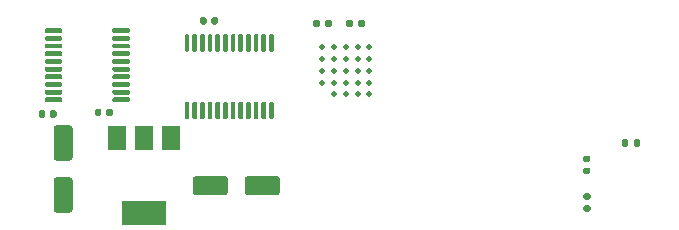
<source format=gbr>
G04 #@! TF.GenerationSoftware,KiCad,Pcbnew,(5.1.10)-1*
G04 #@! TF.CreationDate,2021-08-03T19:53:46-05:00*
G04 #@! TF.ProjectId,spimux,7370696d-7578-42e6-9b69-6361645f7063,rev?*
G04 #@! TF.SameCoordinates,Original*
G04 #@! TF.FileFunction,Paste,Top*
G04 #@! TF.FilePolarity,Positive*
%FSLAX46Y46*%
G04 Gerber Fmt 4.6, Leading zero omitted, Abs format (unit mm)*
G04 Created by KiCad (PCBNEW (5.1.10)-1) date 2021-08-03 19:53:46*
%MOMM*%
%LPD*%
G01*
G04 APERTURE LIST*
%ADD10C,0.500000*%
%ADD11R,1.500000X2.000000*%
%ADD12R,3.800000X2.000000*%
G04 APERTURE END LIST*
D10*
X140610000Y-93580000D03*
X139610000Y-93580000D03*
X138610000Y-93580000D03*
X137610000Y-93580000D03*
X136610000Y-93580000D03*
X140610000Y-94580000D03*
X139610000Y-94580000D03*
X138610000Y-94580000D03*
X137610000Y-94580000D03*
X136610000Y-94580000D03*
X140610000Y-95580000D03*
X139610000Y-95580000D03*
X138610000Y-95580000D03*
X137610000Y-95580000D03*
X136610000Y-95580000D03*
X140610000Y-96580000D03*
X139610000Y-96580000D03*
X138610000Y-96580000D03*
X137610000Y-96580000D03*
X136610000Y-96580000D03*
X140610000Y-97580000D03*
X139610000Y-97580000D03*
X138610000Y-97580000D03*
X137610000Y-97580000D03*
G36*
G01*
X114605000Y-97935000D02*
X114605000Y-98135000D01*
G75*
G02*
X114505000Y-98235000I-100000J0D01*
G01*
X113230000Y-98235000D01*
G75*
G02*
X113130000Y-98135000I0J100000D01*
G01*
X113130000Y-97935000D01*
G75*
G02*
X113230000Y-97835000I100000J0D01*
G01*
X114505000Y-97835000D01*
G75*
G02*
X114605000Y-97935000I0J-100000D01*
G01*
G37*
G36*
G01*
X114605000Y-97285000D02*
X114605000Y-97485000D01*
G75*
G02*
X114505000Y-97585000I-100000J0D01*
G01*
X113230000Y-97585000D01*
G75*
G02*
X113130000Y-97485000I0J100000D01*
G01*
X113130000Y-97285000D01*
G75*
G02*
X113230000Y-97185000I100000J0D01*
G01*
X114505000Y-97185000D01*
G75*
G02*
X114605000Y-97285000I0J-100000D01*
G01*
G37*
G36*
G01*
X114605000Y-96635000D02*
X114605000Y-96835000D01*
G75*
G02*
X114505000Y-96935000I-100000J0D01*
G01*
X113230000Y-96935000D01*
G75*
G02*
X113130000Y-96835000I0J100000D01*
G01*
X113130000Y-96635000D01*
G75*
G02*
X113230000Y-96535000I100000J0D01*
G01*
X114505000Y-96535000D01*
G75*
G02*
X114605000Y-96635000I0J-100000D01*
G01*
G37*
G36*
G01*
X114605000Y-95985000D02*
X114605000Y-96185000D01*
G75*
G02*
X114505000Y-96285000I-100000J0D01*
G01*
X113230000Y-96285000D01*
G75*
G02*
X113130000Y-96185000I0J100000D01*
G01*
X113130000Y-95985000D01*
G75*
G02*
X113230000Y-95885000I100000J0D01*
G01*
X114505000Y-95885000D01*
G75*
G02*
X114605000Y-95985000I0J-100000D01*
G01*
G37*
G36*
G01*
X114605000Y-95335000D02*
X114605000Y-95535000D01*
G75*
G02*
X114505000Y-95635000I-100000J0D01*
G01*
X113230000Y-95635000D01*
G75*
G02*
X113130000Y-95535000I0J100000D01*
G01*
X113130000Y-95335000D01*
G75*
G02*
X113230000Y-95235000I100000J0D01*
G01*
X114505000Y-95235000D01*
G75*
G02*
X114605000Y-95335000I0J-100000D01*
G01*
G37*
G36*
G01*
X114605000Y-94685000D02*
X114605000Y-94885000D01*
G75*
G02*
X114505000Y-94985000I-100000J0D01*
G01*
X113230000Y-94985000D01*
G75*
G02*
X113130000Y-94885000I0J100000D01*
G01*
X113130000Y-94685000D01*
G75*
G02*
X113230000Y-94585000I100000J0D01*
G01*
X114505000Y-94585000D01*
G75*
G02*
X114605000Y-94685000I0J-100000D01*
G01*
G37*
G36*
G01*
X114605000Y-94035000D02*
X114605000Y-94235000D01*
G75*
G02*
X114505000Y-94335000I-100000J0D01*
G01*
X113230000Y-94335000D01*
G75*
G02*
X113130000Y-94235000I0J100000D01*
G01*
X113130000Y-94035000D01*
G75*
G02*
X113230000Y-93935000I100000J0D01*
G01*
X114505000Y-93935000D01*
G75*
G02*
X114605000Y-94035000I0J-100000D01*
G01*
G37*
G36*
G01*
X114605000Y-93385000D02*
X114605000Y-93585000D01*
G75*
G02*
X114505000Y-93685000I-100000J0D01*
G01*
X113230000Y-93685000D01*
G75*
G02*
X113130000Y-93585000I0J100000D01*
G01*
X113130000Y-93385000D01*
G75*
G02*
X113230000Y-93285000I100000J0D01*
G01*
X114505000Y-93285000D01*
G75*
G02*
X114605000Y-93385000I0J-100000D01*
G01*
G37*
G36*
G01*
X114605000Y-92735000D02*
X114605000Y-92935000D01*
G75*
G02*
X114505000Y-93035000I-100000J0D01*
G01*
X113230000Y-93035000D01*
G75*
G02*
X113130000Y-92935000I0J100000D01*
G01*
X113130000Y-92735000D01*
G75*
G02*
X113230000Y-92635000I100000J0D01*
G01*
X114505000Y-92635000D01*
G75*
G02*
X114605000Y-92735000I0J-100000D01*
G01*
G37*
G36*
G01*
X114605000Y-92085000D02*
X114605000Y-92285000D01*
G75*
G02*
X114505000Y-92385000I-100000J0D01*
G01*
X113230000Y-92385000D01*
G75*
G02*
X113130000Y-92285000I0J100000D01*
G01*
X113130000Y-92085000D01*
G75*
G02*
X113230000Y-91985000I100000J0D01*
G01*
X114505000Y-91985000D01*
G75*
G02*
X114605000Y-92085000I0J-100000D01*
G01*
G37*
G36*
G01*
X120330000Y-92085000D02*
X120330000Y-92285000D01*
G75*
G02*
X120230000Y-92385000I-100000J0D01*
G01*
X118955000Y-92385000D01*
G75*
G02*
X118855000Y-92285000I0J100000D01*
G01*
X118855000Y-92085000D01*
G75*
G02*
X118955000Y-91985000I100000J0D01*
G01*
X120230000Y-91985000D01*
G75*
G02*
X120330000Y-92085000I0J-100000D01*
G01*
G37*
G36*
G01*
X120330000Y-92735000D02*
X120330000Y-92935000D01*
G75*
G02*
X120230000Y-93035000I-100000J0D01*
G01*
X118955000Y-93035000D01*
G75*
G02*
X118855000Y-92935000I0J100000D01*
G01*
X118855000Y-92735000D01*
G75*
G02*
X118955000Y-92635000I100000J0D01*
G01*
X120230000Y-92635000D01*
G75*
G02*
X120330000Y-92735000I0J-100000D01*
G01*
G37*
G36*
G01*
X120330000Y-93385000D02*
X120330000Y-93585000D01*
G75*
G02*
X120230000Y-93685000I-100000J0D01*
G01*
X118955000Y-93685000D01*
G75*
G02*
X118855000Y-93585000I0J100000D01*
G01*
X118855000Y-93385000D01*
G75*
G02*
X118955000Y-93285000I100000J0D01*
G01*
X120230000Y-93285000D01*
G75*
G02*
X120330000Y-93385000I0J-100000D01*
G01*
G37*
G36*
G01*
X120330000Y-94035000D02*
X120330000Y-94235000D01*
G75*
G02*
X120230000Y-94335000I-100000J0D01*
G01*
X118955000Y-94335000D01*
G75*
G02*
X118855000Y-94235000I0J100000D01*
G01*
X118855000Y-94035000D01*
G75*
G02*
X118955000Y-93935000I100000J0D01*
G01*
X120230000Y-93935000D01*
G75*
G02*
X120330000Y-94035000I0J-100000D01*
G01*
G37*
G36*
G01*
X120330000Y-94685000D02*
X120330000Y-94885000D01*
G75*
G02*
X120230000Y-94985000I-100000J0D01*
G01*
X118955000Y-94985000D01*
G75*
G02*
X118855000Y-94885000I0J100000D01*
G01*
X118855000Y-94685000D01*
G75*
G02*
X118955000Y-94585000I100000J0D01*
G01*
X120230000Y-94585000D01*
G75*
G02*
X120330000Y-94685000I0J-100000D01*
G01*
G37*
G36*
G01*
X120330000Y-95335000D02*
X120330000Y-95535000D01*
G75*
G02*
X120230000Y-95635000I-100000J0D01*
G01*
X118955000Y-95635000D01*
G75*
G02*
X118855000Y-95535000I0J100000D01*
G01*
X118855000Y-95335000D01*
G75*
G02*
X118955000Y-95235000I100000J0D01*
G01*
X120230000Y-95235000D01*
G75*
G02*
X120330000Y-95335000I0J-100000D01*
G01*
G37*
G36*
G01*
X120330000Y-95985000D02*
X120330000Y-96185000D01*
G75*
G02*
X120230000Y-96285000I-100000J0D01*
G01*
X118955000Y-96285000D01*
G75*
G02*
X118855000Y-96185000I0J100000D01*
G01*
X118855000Y-95985000D01*
G75*
G02*
X118955000Y-95885000I100000J0D01*
G01*
X120230000Y-95885000D01*
G75*
G02*
X120330000Y-95985000I0J-100000D01*
G01*
G37*
G36*
G01*
X120330000Y-96635000D02*
X120330000Y-96835000D01*
G75*
G02*
X120230000Y-96935000I-100000J0D01*
G01*
X118955000Y-96935000D01*
G75*
G02*
X118855000Y-96835000I0J100000D01*
G01*
X118855000Y-96635000D01*
G75*
G02*
X118955000Y-96535000I100000J0D01*
G01*
X120230000Y-96535000D01*
G75*
G02*
X120330000Y-96635000I0J-100000D01*
G01*
G37*
G36*
G01*
X120330000Y-97285000D02*
X120330000Y-97485000D01*
G75*
G02*
X120230000Y-97585000I-100000J0D01*
G01*
X118955000Y-97585000D01*
G75*
G02*
X118855000Y-97485000I0J100000D01*
G01*
X118855000Y-97285000D01*
G75*
G02*
X118955000Y-97185000I100000J0D01*
G01*
X120230000Y-97185000D01*
G75*
G02*
X120330000Y-97285000I0J-100000D01*
G01*
G37*
G36*
G01*
X120330000Y-97935000D02*
X120330000Y-98135000D01*
G75*
G02*
X120230000Y-98235000I-100000J0D01*
G01*
X118955000Y-98235000D01*
G75*
G02*
X118855000Y-98135000I0J100000D01*
G01*
X118855000Y-97935000D01*
G75*
G02*
X118955000Y-97835000I100000J0D01*
G01*
X120230000Y-97835000D01*
G75*
G02*
X120330000Y-97935000I0J-100000D01*
G01*
G37*
G36*
G01*
X117930000Y-98920000D02*
X117930000Y-99260000D01*
G75*
G02*
X117790000Y-99400000I-140000J0D01*
G01*
X117510000Y-99400000D01*
G75*
G02*
X117370000Y-99260000I0J140000D01*
G01*
X117370000Y-98920000D01*
G75*
G02*
X117510000Y-98780000I140000J0D01*
G01*
X117790000Y-98780000D01*
G75*
G02*
X117930000Y-98920000I0J-140000D01*
G01*
G37*
G36*
G01*
X118890000Y-98920000D02*
X118890000Y-99260000D01*
G75*
G02*
X118750000Y-99400000I-140000J0D01*
G01*
X118470000Y-99400000D01*
G75*
G02*
X118330000Y-99260000I0J140000D01*
G01*
X118330000Y-98920000D01*
G75*
G02*
X118470000Y-98780000I140000J0D01*
G01*
X118750000Y-98780000D01*
G75*
G02*
X118890000Y-98920000I0J-140000D01*
G01*
G37*
G36*
G01*
X132225000Y-98205000D02*
X132425000Y-98205000D01*
G75*
G02*
X132525000Y-98305000I0J-100000D01*
G01*
X132525000Y-99580000D01*
G75*
G02*
X132425000Y-99680000I-100000J0D01*
G01*
X132225000Y-99680000D01*
G75*
G02*
X132125000Y-99580000I0J100000D01*
G01*
X132125000Y-98305000D01*
G75*
G02*
X132225000Y-98205000I100000J0D01*
G01*
G37*
G36*
G01*
X131575000Y-98205000D02*
X131775000Y-98205000D01*
G75*
G02*
X131875000Y-98305000I0J-100000D01*
G01*
X131875000Y-99580000D01*
G75*
G02*
X131775000Y-99680000I-100000J0D01*
G01*
X131575000Y-99680000D01*
G75*
G02*
X131475000Y-99580000I0J100000D01*
G01*
X131475000Y-98305000D01*
G75*
G02*
X131575000Y-98205000I100000J0D01*
G01*
G37*
G36*
G01*
X130925000Y-98205000D02*
X131125000Y-98205000D01*
G75*
G02*
X131225000Y-98305000I0J-100000D01*
G01*
X131225000Y-99580000D01*
G75*
G02*
X131125000Y-99680000I-100000J0D01*
G01*
X130925000Y-99680000D01*
G75*
G02*
X130825000Y-99580000I0J100000D01*
G01*
X130825000Y-98305000D01*
G75*
G02*
X130925000Y-98205000I100000J0D01*
G01*
G37*
G36*
G01*
X130275000Y-98205000D02*
X130475000Y-98205000D01*
G75*
G02*
X130575000Y-98305000I0J-100000D01*
G01*
X130575000Y-99580000D01*
G75*
G02*
X130475000Y-99680000I-100000J0D01*
G01*
X130275000Y-99680000D01*
G75*
G02*
X130175000Y-99580000I0J100000D01*
G01*
X130175000Y-98305000D01*
G75*
G02*
X130275000Y-98205000I100000J0D01*
G01*
G37*
G36*
G01*
X129625000Y-98205000D02*
X129825000Y-98205000D01*
G75*
G02*
X129925000Y-98305000I0J-100000D01*
G01*
X129925000Y-99580000D01*
G75*
G02*
X129825000Y-99680000I-100000J0D01*
G01*
X129625000Y-99680000D01*
G75*
G02*
X129525000Y-99580000I0J100000D01*
G01*
X129525000Y-98305000D01*
G75*
G02*
X129625000Y-98205000I100000J0D01*
G01*
G37*
G36*
G01*
X128975000Y-98205000D02*
X129175000Y-98205000D01*
G75*
G02*
X129275000Y-98305000I0J-100000D01*
G01*
X129275000Y-99580000D01*
G75*
G02*
X129175000Y-99680000I-100000J0D01*
G01*
X128975000Y-99680000D01*
G75*
G02*
X128875000Y-99580000I0J100000D01*
G01*
X128875000Y-98305000D01*
G75*
G02*
X128975000Y-98205000I100000J0D01*
G01*
G37*
G36*
G01*
X128325000Y-98205000D02*
X128525000Y-98205000D01*
G75*
G02*
X128625000Y-98305000I0J-100000D01*
G01*
X128625000Y-99580000D01*
G75*
G02*
X128525000Y-99680000I-100000J0D01*
G01*
X128325000Y-99680000D01*
G75*
G02*
X128225000Y-99580000I0J100000D01*
G01*
X128225000Y-98305000D01*
G75*
G02*
X128325000Y-98205000I100000J0D01*
G01*
G37*
G36*
G01*
X127675000Y-98205000D02*
X127875000Y-98205000D01*
G75*
G02*
X127975000Y-98305000I0J-100000D01*
G01*
X127975000Y-99580000D01*
G75*
G02*
X127875000Y-99680000I-100000J0D01*
G01*
X127675000Y-99680000D01*
G75*
G02*
X127575000Y-99580000I0J100000D01*
G01*
X127575000Y-98305000D01*
G75*
G02*
X127675000Y-98205000I100000J0D01*
G01*
G37*
G36*
G01*
X127025000Y-98205000D02*
X127225000Y-98205000D01*
G75*
G02*
X127325000Y-98305000I0J-100000D01*
G01*
X127325000Y-99580000D01*
G75*
G02*
X127225000Y-99680000I-100000J0D01*
G01*
X127025000Y-99680000D01*
G75*
G02*
X126925000Y-99580000I0J100000D01*
G01*
X126925000Y-98305000D01*
G75*
G02*
X127025000Y-98205000I100000J0D01*
G01*
G37*
G36*
G01*
X126375000Y-98205000D02*
X126575000Y-98205000D01*
G75*
G02*
X126675000Y-98305000I0J-100000D01*
G01*
X126675000Y-99580000D01*
G75*
G02*
X126575000Y-99680000I-100000J0D01*
G01*
X126375000Y-99680000D01*
G75*
G02*
X126275000Y-99580000I0J100000D01*
G01*
X126275000Y-98305000D01*
G75*
G02*
X126375000Y-98205000I100000J0D01*
G01*
G37*
G36*
G01*
X125725000Y-98205000D02*
X125925000Y-98205000D01*
G75*
G02*
X126025000Y-98305000I0J-100000D01*
G01*
X126025000Y-99580000D01*
G75*
G02*
X125925000Y-99680000I-100000J0D01*
G01*
X125725000Y-99680000D01*
G75*
G02*
X125625000Y-99580000I0J100000D01*
G01*
X125625000Y-98305000D01*
G75*
G02*
X125725000Y-98205000I100000J0D01*
G01*
G37*
G36*
G01*
X125075000Y-98205000D02*
X125275000Y-98205000D01*
G75*
G02*
X125375000Y-98305000I0J-100000D01*
G01*
X125375000Y-99580000D01*
G75*
G02*
X125275000Y-99680000I-100000J0D01*
G01*
X125075000Y-99680000D01*
G75*
G02*
X124975000Y-99580000I0J100000D01*
G01*
X124975000Y-98305000D01*
G75*
G02*
X125075000Y-98205000I100000J0D01*
G01*
G37*
G36*
G01*
X125075000Y-92480000D02*
X125275000Y-92480000D01*
G75*
G02*
X125375000Y-92580000I0J-100000D01*
G01*
X125375000Y-93855000D01*
G75*
G02*
X125275000Y-93955000I-100000J0D01*
G01*
X125075000Y-93955000D01*
G75*
G02*
X124975000Y-93855000I0J100000D01*
G01*
X124975000Y-92580000D01*
G75*
G02*
X125075000Y-92480000I100000J0D01*
G01*
G37*
G36*
G01*
X125725000Y-92480000D02*
X125925000Y-92480000D01*
G75*
G02*
X126025000Y-92580000I0J-100000D01*
G01*
X126025000Y-93855000D01*
G75*
G02*
X125925000Y-93955000I-100000J0D01*
G01*
X125725000Y-93955000D01*
G75*
G02*
X125625000Y-93855000I0J100000D01*
G01*
X125625000Y-92580000D01*
G75*
G02*
X125725000Y-92480000I100000J0D01*
G01*
G37*
G36*
G01*
X126375000Y-92480000D02*
X126575000Y-92480000D01*
G75*
G02*
X126675000Y-92580000I0J-100000D01*
G01*
X126675000Y-93855000D01*
G75*
G02*
X126575000Y-93955000I-100000J0D01*
G01*
X126375000Y-93955000D01*
G75*
G02*
X126275000Y-93855000I0J100000D01*
G01*
X126275000Y-92580000D01*
G75*
G02*
X126375000Y-92480000I100000J0D01*
G01*
G37*
G36*
G01*
X127025000Y-92480000D02*
X127225000Y-92480000D01*
G75*
G02*
X127325000Y-92580000I0J-100000D01*
G01*
X127325000Y-93855000D01*
G75*
G02*
X127225000Y-93955000I-100000J0D01*
G01*
X127025000Y-93955000D01*
G75*
G02*
X126925000Y-93855000I0J100000D01*
G01*
X126925000Y-92580000D01*
G75*
G02*
X127025000Y-92480000I100000J0D01*
G01*
G37*
G36*
G01*
X127675000Y-92480000D02*
X127875000Y-92480000D01*
G75*
G02*
X127975000Y-92580000I0J-100000D01*
G01*
X127975000Y-93855000D01*
G75*
G02*
X127875000Y-93955000I-100000J0D01*
G01*
X127675000Y-93955000D01*
G75*
G02*
X127575000Y-93855000I0J100000D01*
G01*
X127575000Y-92580000D01*
G75*
G02*
X127675000Y-92480000I100000J0D01*
G01*
G37*
G36*
G01*
X128325000Y-92480000D02*
X128525000Y-92480000D01*
G75*
G02*
X128625000Y-92580000I0J-100000D01*
G01*
X128625000Y-93855000D01*
G75*
G02*
X128525000Y-93955000I-100000J0D01*
G01*
X128325000Y-93955000D01*
G75*
G02*
X128225000Y-93855000I0J100000D01*
G01*
X128225000Y-92580000D01*
G75*
G02*
X128325000Y-92480000I100000J0D01*
G01*
G37*
G36*
G01*
X128975000Y-92480000D02*
X129175000Y-92480000D01*
G75*
G02*
X129275000Y-92580000I0J-100000D01*
G01*
X129275000Y-93855000D01*
G75*
G02*
X129175000Y-93955000I-100000J0D01*
G01*
X128975000Y-93955000D01*
G75*
G02*
X128875000Y-93855000I0J100000D01*
G01*
X128875000Y-92580000D01*
G75*
G02*
X128975000Y-92480000I100000J0D01*
G01*
G37*
G36*
G01*
X129625000Y-92480000D02*
X129825000Y-92480000D01*
G75*
G02*
X129925000Y-92580000I0J-100000D01*
G01*
X129925000Y-93855000D01*
G75*
G02*
X129825000Y-93955000I-100000J0D01*
G01*
X129625000Y-93955000D01*
G75*
G02*
X129525000Y-93855000I0J100000D01*
G01*
X129525000Y-92580000D01*
G75*
G02*
X129625000Y-92480000I100000J0D01*
G01*
G37*
G36*
G01*
X130275000Y-92480000D02*
X130475000Y-92480000D01*
G75*
G02*
X130575000Y-92580000I0J-100000D01*
G01*
X130575000Y-93855000D01*
G75*
G02*
X130475000Y-93955000I-100000J0D01*
G01*
X130275000Y-93955000D01*
G75*
G02*
X130175000Y-93855000I0J100000D01*
G01*
X130175000Y-92580000D01*
G75*
G02*
X130275000Y-92480000I100000J0D01*
G01*
G37*
G36*
G01*
X130925000Y-92480000D02*
X131125000Y-92480000D01*
G75*
G02*
X131225000Y-92580000I0J-100000D01*
G01*
X131225000Y-93855000D01*
G75*
G02*
X131125000Y-93955000I-100000J0D01*
G01*
X130925000Y-93955000D01*
G75*
G02*
X130825000Y-93855000I0J100000D01*
G01*
X130825000Y-92580000D01*
G75*
G02*
X130925000Y-92480000I100000J0D01*
G01*
G37*
G36*
G01*
X131575000Y-92480000D02*
X131775000Y-92480000D01*
G75*
G02*
X131875000Y-92580000I0J-100000D01*
G01*
X131875000Y-93855000D01*
G75*
G02*
X131775000Y-93955000I-100000J0D01*
G01*
X131575000Y-93955000D01*
G75*
G02*
X131475000Y-93855000I0J100000D01*
G01*
X131475000Y-92580000D01*
G75*
G02*
X131575000Y-92480000I100000J0D01*
G01*
G37*
G36*
G01*
X132225000Y-92480000D02*
X132425000Y-92480000D01*
G75*
G02*
X132525000Y-92580000I0J-100000D01*
G01*
X132525000Y-93855000D01*
G75*
G02*
X132425000Y-93955000I-100000J0D01*
G01*
X132225000Y-93955000D01*
G75*
G02*
X132125000Y-93855000I0J100000D01*
G01*
X132125000Y-92580000D01*
G75*
G02*
X132225000Y-92480000I100000J0D01*
G01*
G37*
D11*
X123820000Y-101280000D03*
X119220000Y-101280000D03*
X121520000Y-101280000D03*
D12*
X121520000Y-107580000D03*
G36*
G01*
X136410000Y-91375000D02*
X136410000Y-91745000D01*
G75*
G02*
X136275000Y-91880000I-135000J0D01*
G01*
X136005000Y-91880000D01*
G75*
G02*
X135870000Y-91745000I0J135000D01*
G01*
X135870000Y-91375000D01*
G75*
G02*
X136005000Y-91240000I135000J0D01*
G01*
X136275000Y-91240000D01*
G75*
G02*
X136410000Y-91375000I0J-135000D01*
G01*
G37*
G36*
G01*
X137430000Y-91375000D02*
X137430000Y-91745000D01*
G75*
G02*
X137295000Y-91880000I-135000J0D01*
G01*
X137025000Y-91880000D01*
G75*
G02*
X136890000Y-91745000I0J135000D01*
G01*
X136890000Y-91375000D01*
G75*
G02*
X137025000Y-91240000I135000J0D01*
G01*
X137295000Y-91240000D01*
G75*
G02*
X137430000Y-91375000I0J-135000D01*
G01*
G37*
G36*
G01*
X139670000Y-91755000D02*
X139670000Y-91385000D01*
G75*
G02*
X139805000Y-91250000I135000J0D01*
G01*
X140075000Y-91250000D01*
G75*
G02*
X140210000Y-91385000I0J-135000D01*
G01*
X140210000Y-91755000D01*
G75*
G02*
X140075000Y-91890000I-135000J0D01*
G01*
X139805000Y-91890000D01*
G75*
G02*
X139670000Y-91755000I0J135000D01*
G01*
G37*
G36*
G01*
X138650000Y-91755000D02*
X138650000Y-91385000D01*
G75*
G02*
X138785000Y-91250000I135000J0D01*
G01*
X139055000Y-91250000D01*
G75*
G02*
X139190000Y-91385000I0J-135000D01*
G01*
X139190000Y-91755000D01*
G75*
G02*
X139055000Y-91890000I-135000J0D01*
G01*
X138785000Y-91890000D01*
G75*
G02*
X138650000Y-91755000I0J135000D01*
G01*
G37*
G36*
G01*
X163020000Y-101865000D02*
X163020000Y-101495000D01*
G75*
G02*
X163155000Y-101360000I135000J0D01*
G01*
X163425000Y-101360000D01*
G75*
G02*
X163560000Y-101495000I0J-135000D01*
G01*
X163560000Y-101865000D01*
G75*
G02*
X163425000Y-102000000I-135000J0D01*
G01*
X163155000Y-102000000D01*
G75*
G02*
X163020000Y-101865000I0J135000D01*
G01*
G37*
G36*
G01*
X162000000Y-101865000D02*
X162000000Y-101495000D01*
G75*
G02*
X162135000Y-101360000I135000J0D01*
G01*
X162405000Y-101360000D01*
G75*
G02*
X162540000Y-101495000I0J-135000D01*
G01*
X162540000Y-101865000D01*
G75*
G02*
X162405000Y-102000000I-135000J0D01*
G01*
X162135000Y-102000000D01*
G75*
G02*
X162000000Y-101865000I0J135000D01*
G01*
G37*
G36*
G01*
X159195000Y-103290000D02*
X158825000Y-103290000D01*
G75*
G02*
X158690000Y-103155000I0J135000D01*
G01*
X158690000Y-102885000D01*
G75*
G02*
X158825000Y-102750000I135000J0D01*
G01*
X159195000Y-102750000D01*
G75*
G02*
X159330000Y-102885000I0J-135000D01*
G01*
X159330000Y-103155000D01*
G75*
G02*
X159195000Y-103290000I-135000J0D01*
G01*
G37*
G36*
G01*
X159195000Y-104310000D02*
X158825000Y-104310000D01*
G75*
G02*
X158690000Y-104175000I0J135000D01*
G01*
X158690000Y-103905000D01*
G75*
G02*
X158825000Y-103770000I135000J0D01*
G01*
X159195000Y-103770000D01*
G75*
G02*
X159330000Y-103905000I0J-135000D01*
G01*
X159330000Y-104175000D01*
G75*
G02*
X159195000Y-104310000I-135000J0D01*
G01*
G37*
G36*
G01*
X158855000Y-106970000D02*
X159225000Y-106970000D01*
G75*
G02*
X159360000Y-107105000I0J-135000D01*
G01*
X159360000Y-107375000D01*
G75*
G02*
X159225000Y-107510000I-135000J0D01*
G01*
X158855000Y-107510000D01*
G75*
G02*
X158720000Y-107375000I0J135000D01*
G01*
X158720000Y-107105000D01*
G75*
G02*
X158855000Y-106970000I135000J0D01*
G01*
G37*
G36*
G01*
X158855000Y-105950000D02*
X159225000Y-105950000D01*
G75*
G02*
X159360000Y-106085000I0J-135000D01*
G01*
X159360000Y-106355000D01*
G75*
G02*
X159225000Y-106490000I-135000J0D01*
G01*
X158855000Y-106490000D01*
G75*
G02*
X158720000Y-106355000I0J135000D01*
G01*
X158720000Y-106085000D01*
G75*
G02*
X158855000Y-105950000I135000J0D01*
G01*
G37*
G36*
G01*
X126840000Y-91180000D02*
X126840000Y-91520000D01*
G75*
G02*
X126700000Y-91660000I-140000J0D01*
G01*
X126420000Y-91660000D01*
G75*
G02*
X126280000Y-91520000I0J140000D01*
G01*
X126280000Y-91180000D01*
G75*
G02*
X126420000Y-91040000I140000J0D01*
G01*
X126700000Y-91040000D01*
G75*
G02*
X126840000Y-91180000I0J-140000D01*
G01*
G37*
G36*
G01*
X127800000Y-91180000D02*
X127800000Y-91520000D01*
G75*
G02*
X127660000Y-91660000I-140000J0D01*
G01*
X127380000Y-91660000D01*
G75*
G02*
X127240000Y-91520000I0J140000D01*
G01*
X127240000Y-91180000D01*
G75*
G02*
X127380000Y-91040000I140000J0D01*
G01*
X127660000Y-91040000D01*
G75*
G02*
X127800000Y-91180000I0J-140000D01*
G01*
G37*
G36*
G01*
X113570000Y-99400000D02*
X113570000Y-99060000D01*
G75*
G02*
X113710000Y-98920000I140000J0D01*
G01*
X113990000Y-98920000D01*
G75*
G02*
X114130000Y-99060000I0J-140000D01*
G01*
X114130000Y-99400000D01*
G75*
G02*
X113990000Y-99540000I-140000J0D01*
G01*
X113710000Y-99540000D01*
G75*
G02*
X113570000Y-99400000I0J140000D01*
G01*
G37*
G36*
G01*
X112610000Y-99400000D02*
X112610000Y-99060000D01*
G75*
G02*
X112750000Y-98920000I140000J0D01*
G01*
X113030000Y-98920000D01*
G75*
G02*
X113170000Y-99060000I0J-140000D01*
G01*
X113170000Y-99400000D01*
G75*
G02*
X113030000Y-99540000I-140000J0D01*
G01*
X112750000Y-99540000D01*
G75*
G02*
X112610000Y-99400000I0J140000D01*
G01*
G37*
G36*
G01*
X130050000Y-105850000D02*
X130050000Y-104750000D01*
G75*
G02*
X130300000Y-104500000I250000J0D01*
G01*
X132800000Y-104500000D01*
G75*
G02*
X133050000Y-104750000I0J-250000D01*
G01*
X133050000Y-105850000D01*
G75*
G02*
X132800000Y-106100000I-250000J0D01*
G01*
X130300000Y-106100000D01*
G75*
G02*
X130050000Y-105850000I0J250000D01*
G01*
G37*
G36*
G01*
X125650000Y-105850000D02*
X125650000Y-104750000D01*
G75*
G02*
X125900000Y-104500000I250000J0D01*
G01*
X128400000Y-104500000D01*
G75*
G02*
X128650000Y-104750000I0J-250000D01*
G01*
X128650000Y-105850000D01*
G75*
G02*
X128400000Y-106100000I-250000J0D01*
G01*
X125900000Y-106100000D01*
G75*
G02*
X125650000Y-105850000I0J250000D01*
G01*
G37*
G36*
G01*
X115240000Y-103190000D02*
X114140000Y-103190000D01*
G75*
G02*
X113890000Y-102940000I0J250000D01*
G01*
X113890000Y-100440000D01*
G75*
G02*
X114140000Y-100190000I250000J0D01*
G01*
X115240000Y-100190000D01*
G75*
G02*
X115490000Y-100440000I0J-250000D01*
G01*
X115490000Y-102940000D01*
G75*
G02*
X115240000Y-103190000I-250000J0D01*
G01*
G37*
G36*
G01*
X115240000Y-107590000D02*
X114140000Y-107590000D01*
G75*
G02*
X113890000Y-107340000I0J250000D01*
G01*
X113890000Y-104840000D01*
G75*
G02*
X114140000Y-104590000I250000J0D01*
G01*
X115240000Y-104590000D01*
G75*
G02*
X115490000Y-104840000I0J-250000D01*
G01*
X115490000Y-107340000D01*
G75*
G02*
X115240000Y-107590000I-250000J0D01*
G01*
G37*
M02*

</source>
